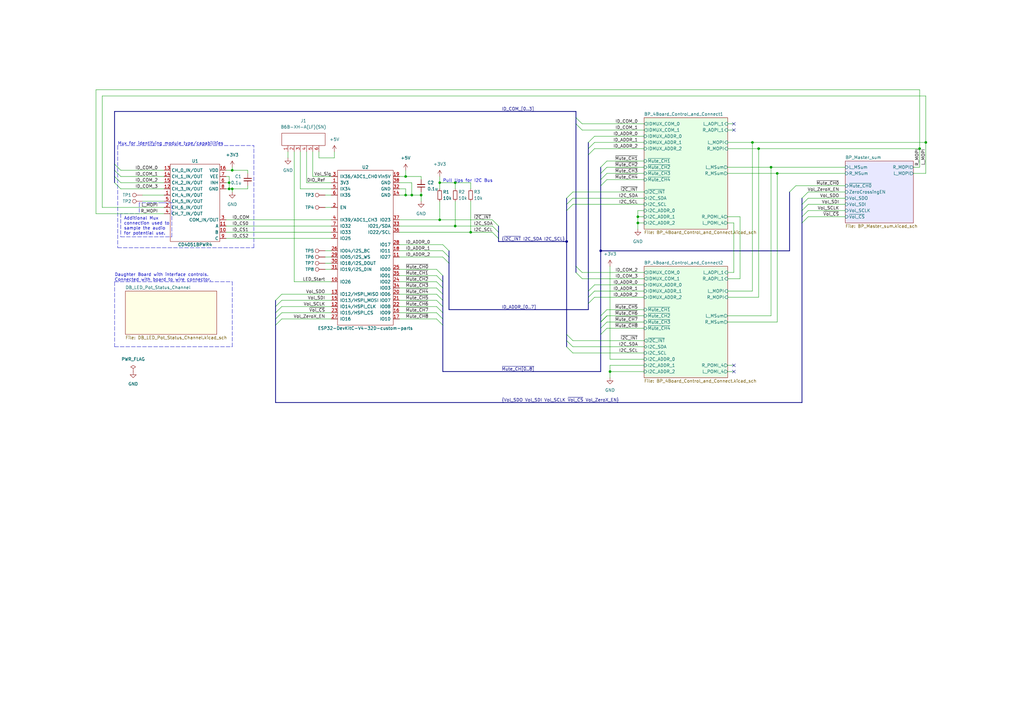
<source format=kicad_sch>
(kicad_sch (version 20211123) (generator eeschema)
  (paper "A3")
  (lib_symbols
    (symbol "CD4051BPWR4_2"
      (property "Reference" "U?" (at 10.16 1.27 0))
      (property "Value" "CD4051BPWR4_2" (at 10.16 -33.02 0))
      (symbol "CD4051BPWR4_2_0_1"
        (rectangle (start 0 0) (end 20.32 -31.75))
      )
      (symbol "CD4051BPWR4_2_1_1"
        (pin passive line (at -2.54 -12.7 0) (length 2.54) (name "CH_4_IN/OUT") (number "1"))
        (pin passive line (at 22.86 -27.94 180) (length 2.54) (name "B") (number "10"))
        (pin passive line (at 22.86 -25.4 180) (length 2.54) (name "A") (number "11"))
        (pin passive line (at -2.54 -10.16 0) (length 2.54) (name "CH_3_IN/OUT") (number "12"))
        (pin passive line (at -2.54 -2.54 0) (length 2.54) (name "CH_0_IN/OUT") (number "13"))
        (pin passive line (at -2.54 -5.08 0) (length 2.54) (name "CH_1_IN/OUT") (number "14"))
        (pin passive line (at -2.54 -7.62 0) (length 2.54) (name "CH_2_IN/OUT") (number "15"))
        (pin power_in line (at 22.86 -2.54 180) (length 2.54) (name "VDD") (number "16"))
        (pin passive line (at -2.54 -17.78 0) (length 2.54) (name "CH_6_IN/OUT") (number "2"))
        (pin passive line (at 22.86 -22.86 180) (length 2.54) (name "COM_IN/OUT") (number "3"))
        (pin passive line (at -2.54 -20.32 0) (length 2.54) (name "CH_7_IN/OUT") (number "4"))
        (pin passive line (at -2.54 -15.24 0) (length 2.54) (name "CH_5_IN/OUT") (number "5"))
        (pin passive line (at 22.86 -7.62 180) (length 2.54) (name "INH") (number "6"))
        (pin power_in line (at 22.86 -5.08 180) (length 2.54) (name "VEE") (number "7"))
        (pin power_in line (at 22.86 -10.16 180) (length 2.54) (name "GND") (number "8"))
        (pin passive line (at 22.86 -30.48 180) (length 2.54) (name "C") (number "9"))
      )
    )
    (symbol "Connector:TestPoint" (pin_numbers hide) (pin_names (offset 0.762) hide)
      (property "Reference" "TP" (at 0 6.858 0))
      (property "Value" "TestPoint" (at 0 5.08 0))
      (symbol "TestPoint_0_1"
        (circle (center 0 3.302) (radius 0.762))
      )
      (symbol "TestPoint_1_1"
        (pin passive line (at 0 0 90) (length 2.54) (name "1") (number "1"))
      )
    )
    (symbol "Device:C_Small" (pin_numbers hide) (pin_names (offset 0.254) hide)
      (property "Reference" "C" (at 0.254 1.778 0))
      (property "Value" "C_Small" (at 0.254 -2.032 0))
      (symbol "C_Small_0_1"
        (polyline (pts (xy -1.524 -0.508) (xy 1.524 -0.508)) (stroke (width 0.3302)))
        (polyline (pts (xy -1.524 0.508) (xy 1.524 0.508)) (stroke (width 0.3048)))
      )
      (symbol "C_Small_1_1"
        (pin passive line (at 0 2.54 270) (length 2.032) (name "~") (number "1"))
        (pin passive line (at 0 -2.54 90) (length 2.032) (name "~") (number "2"))
      )
    )
    (symbol "Device:R_Small" (pin_numbers hide) (pin_names (offset 0.254) hide)
      (property "Reference" "R" (at 0.762 0.508 0))
      (property "Value" "R_Small" (at 0.762 -1.016 0))
      (symbol "R_Small_0_1"
        (rectangle (start -0.762 1.778) (end 0.762 -1.778) (stroke (width 0.2032)))
      )
      (symbol "R_Small_1_1"
        (pin passive line (at 0 2.54 270) (length 0.762) (name "~") (number "1"))
        (pin passive line (at 0 -2.54 90) (length 0.762) (name "~") (number "2"))
      )
    )
    (symbol "power:+3V3" (power) (pin_names (offset 0))
      (property "Value" "+3V3" (at 0 3.556 0))
      (symbol "+3V3_0_1"
        (polyline (pts (xy -0.762 1.27) (xy 0 2.54)))
        (polyline (pts (xy 0 0) (xy 0 2.54)))
        (polyline (pts (xy 0 2.54) (xy 0.762 1.27)))
      )
      (symbol "+3V3_1_1"
        (pin power_in line (at 0 0 90) (length 0) hide (name "+3V3") (number "1"))
      )
    )
    (symbol "power:+5V" (power) (pin_names (offset 0))
      (property "Value" "+5V" (at 0 3.556 0))
      (symbol "+5V_0_1"
        (polyline (pts (xy -0.762 1.27) (xy 0 2.54)))
        (polyline (pts (xy 0 0) (xy 0 2.54)))
        (polyline (pts (xy 0 2.54) (xy 0.762 1.27)))
      )
      (symbol "+5V_1_1"
        (pin power_in line (at 0 0 90) (length 0) hide (name "+5V") (number "1"))
      )
    )
    (symbol "power:GND" (power) (pin_names (offset 0))
      (property "Value" "GND" (at 0 -3.81 0))
      (symbol "GND_0_1"
        (polyline (pts (xy 0 0) (xy 0 -1.27) (xy 1.27 -1.27) (xy 0 -2.54) (xy -1.27 -1.27) (xy 0 -1.27)))
      )
      (symbol "GND_1_1"
        (pin power_in line (at 0 0 270) (length 0) hide (name "GND") (number "1"))
      )
    )
    (symbol "power:PWR_FLAG" (power) (pin_numbers hide) (pin_names (offset 0) hide)
      (property "Value" "PWR_FLAG" (at 0 3.81 0))
      (symbol "PWR_FLAG_0_0"
        (pin power_out line (at 0 0 90) (length 0) (name "pwr") (number "1"))
      )
      (symbol "PWR_FLAG_0_1"
        (polyline (pts (xy 0 0) (xy 0 1.27) (xy -1.016 1.905) (xy 0 2.54) (xy 1.016 1.905) (xy 0 1.27)))
      )
    )
    (symbol "silver-box-modular:B6B-XH-A(LF)(SN)"
      (property "Reference" "U" (at 0 3.81 0))
      (property "Value" "B6B-XH-A(LF)(SN)" (at 0 1.27 0))
      (symbol "B6B-XH-A(LF)(SN)_0_0"
        (pin passive line (at -6.35 -7.62 90) (length 2.54) (name "") (number "1"))
        (pin passive line (at -3.81 -7.62 90) (length 2.54) (name "") (number "2"))
        (pin passive line (at -1.27 -7.62 90) (length 2.54) (name "") (number "3"))
        (pin passive line (at 1.27 -7.62 90) (length 2.54) (name "") (number "4"))
        (pin passive line (at 3.81 -7.62 90) (length 2.54) (name "") (number "5"))
        (pin passive line (at 6.35 -7.62 90) (length 2.54) (name "") (number "6"))
      )
      (symbol "B6B-XH-A(LF)(SN)_0_1"
        (rectangle (start -8.89 -5.08) (end 8.89 0))
      )
    )
    (symbol "silver-box-modular:ESP32-DevKitC-V4-32D-custom-parts" (pin_names (offset 1.016))
      (property "Reference" "U2" (at 0 30.48 0))
      (property "Value" "ESP32-DevKitC-V4-32D-custom-parts" (at 0 -35.56 0))
      (symbol "ESP32-DevKitC-V4-32D-custom-parts_0_0"
        (pin output line (at -13.97 24.13 0) (length 2.54) (name "3V3") (number "1"))
        (pin bidirectional line (at -13.97 -16.51 0) (length 2.54) (name "IO26") (number "10"))
        (pin bidirectional line (at 13.97 -6.35 180) (length 2.54) (name "IO27") (number "11"))
        (pin bidirectional line (at -13.97 -26.67 0) (length 2.54) (name "IO14/HSPI_CLK") (number "12"))
        (pin bidirectional line (at -13.97 -21.59 0) (length 2.54) (name "IO12/HSPI_MISO") (number "13"))
        (pin power_in line (at 13.97 19.05 180) (length 2.54) (name "GND") (number "14"))
        (pin bidirectional line (at -13.97 -24.13 0) (length 2.54) (name "IO13/HSPI_MOSI") (number "15"))
        (pin bidirectional line (at 13.97 -29.21 180) (length 2.54) (name "IO09") (number "16"))
        (pin bidirectional line (at 13.97 -31.75 180) (length 2.54) (name "IO10") (number "17"))
        (pin bidirectional line (at 13.97 -3.81 180) (length 2.54) (name "IO11") (number "18"))
        (pin power_in line (at 13.97 26.67 180) (length 2.54) (name "Vin5V") (number "19"))
        (pin input line (at -13.97 13.97 0) (length 2.54) (name "EN") (number "2"))
        (pin bidirectional line (at 13.97 -21.59 180) (length 2.54) (name "IO06") (number "20"))
        (pin bidirectional line (at 13.97 -24.13 180) (length 2.54) (name "IO07") (number "21"))
        (pin bidirectional line (at 13.97 -26.67 180) (length 2.54) (name "IO08") (number "22"))
        (pin bidirectional line (at -13.97 -29.21 0) (length 2.54) (name "IO15/HSPI_CS") (number "23"))
        (pin bidirectional line (at 13.97 -16.51 180) (length 2.54) (name "IO02") (number "24"))
        (pin bidirectional line (at 13.97 -11.43 180) (length 2.54) (name "IO00") (number "25"))
        (pin bidirectional line (at -13.97 -3.81 0) (length 2.54) (name "IO04/I2S_BC") (number "26"))
        (pin bidirectional line (at -13.97 -31.75 0) (length 2.54) (name "IO16") (number "27"))
        (pin bidirectional line (at 13.97 -1.27 180) (length 2.54) (name "IO17") (number "28"))
        (pin bidirectional line (at -13.97 -6.35 0) (length 2.54) (name "IO05/I2S_WS") (number "29"))
        (pin input line (at -13.97 26.67 0) (length 2.54) (name "IX36/ADC1_CH0") (number "3"))
        (pin bidirectional line (at -13.97 -8.89 0) (length 2.54) (name "IO18/I2S_DOUT") (number "30"))
        (pin bidirectional line (at -13.97 -11.43 0) (length 2.54) (name "IO19/I2S_DIN") (number "31"))
        (pin power_in line (at 13.97 21.59 180) (length 2.54) (name "GND") (number "32"))
        (pin bidirectional line (at 13.97 6.35 180) (length 2.54) (name "IO21/SDA") (number "33"))
        (pin bidirectional line (at 13.97 -19.05 180) (length 2.54) (name "IO03") (number "34"))
        (pin bidirectional line (at 13.97 -13.97 180) (length 2.54) (name "IO01") (number "35"))
        (pin bidirectional line (at 13.97 3.81 180) (length 2.54) (name "IO22/SCL") (number "36"))
        (pin bidirectional line (at 13.97 8.89 180) (length 2.54) (name "IO23") (number "37"))
        (pin power_in line (at 13.97 24.13 180) (length 2.54) (name "GND") (number "38"))
        (pin input line (at -13.97 8.89 0) (length 2.54) (name "IX39/ADC1_CH3") (number "4"))
        (pin input line (at -13.97 21.59 0) (length 2.54) (name "IX34") (number "5"))
        (pin input line (at -13.97 19.05 0) (length 2.54) (name "IX35") (number "6"))
        (pin bidirectional line (at -13.97 6.35 0) (length 2.54) (name "IO32") (number "7"))
        (pin bidirectional line (at -13.97 3.81 0) (length 2.54) (name "IO33") (number "8"))
        (pin bidirectional line (at -13.97 1.27 0) (length 2.54) (name "IO25") (number "9"))
      )
      (symbol "ESP32-DevKitC-V4-32D-custom-parts_0_1"
        (rectangle (start -11.43 29.21) (end 11.43 -34.29))
      )
    )
  )
  (junction (at 246.38 102.87))
  (junction (at 311.15 60.96))
  (junction (at 316.23 68.58))
  (junction (at 168.91 80.01))
  (junction (at 95.25 77.47))
  (junction (at 308.61 58.42))
  (junction (at 261.62 91.44))
  (junction (at 232.41 99.06))
  (junction (at 172.72 80.01))
  (junction (at 180.34 90.17))
  (junction (at 95.25 69.85))
  (junction (at 377.19 60.96))
  (junction (at 379.73 58.42))
  (junction (at 193.04 95.25))
  (junction (at 250.19 152.4))
  (junction (at 93.98 77.47))
  (junction (at 180.34 74.93))
  (junction (at 261.62 88.9))
  (junction (at 186.69 92.71))
  (junction (at 318.77 71.12))
  (junction (at 166.37 80.01))
  (junction (at 93.98 74.93))
  (junction (at 166.37 72.39))
  (junction (at 186.69 74.93))
  (no_connect (at 300.99 53.34))
  (no_connect (at 300.99 50.8))
  (no_connect (at 300.99 152.4))
  (no_connect (at 300.99 149.86))
  (bus_entry (at 181.61 100.33) (size 2.54 2.54))
  (bus_entry (at 113.03 125.73) (size 2.54 -2.54))
  (bus_entry (at 181.61 102.87) (size 2.54 2.54))
  (bus_entry (at 232.41 81.28) (size 2.54 -2.54))
  (bus_entry (at 248.92 132.08) (size -2.54 2.54))
  (bus_entry (at 236.22 50.8) (size 2.54 2.54))
  (bus_entry (at 232.41 137.16) (size 2.54 2.54))
  (bus_entry (at 248.92 127) (size -2.54 2.54))
  (bus_entry (at 179.07 130.81) (size 2.54 2.54))
  (bus_entry (at 236.22 111.76) (size 2.54 2.54))
  (bus_entry (at 241.3 60.96) (size 2.54 -2.54))
  (bus_entry (at 46.99 74.93) (size 2.54 2.54))
  (bus_entry (at 328.93 91.44) (size 2.54 -2.54))
  (bus_entry (at 246.38 76.2) (size 2.54 -2.54))
  (bus_entry (at 179.07 113.03) (size 2.54 2.54))
  (bus_entry (at 179.07 115.57) (size 2.54 2.54))
  (bus_entry (at 113.03 123.19) (size 2.54 -2.54))
  (bus_entry (at 328.93 81.28) (size 2.54 -2.54))
  (bus_entry (at 179.07 123.19) (size 2.54 2.54))
  (bus_entry (at 241.3 58.42) (size 2.54 -2.54))
  (bus_entry (at 179.07 128.27) (size 2.54 2.54))
  (bus_entry (at 113.03 133.35) (size 2.54 -2.54))
  (bus_entry (at 248.92 134.62) (size -2.54 2.54))
  (bus_entry (at 241.3 63.5) (size 2.54 -2.54))
  (bus_entry (at 179.07 125.73) (size 2.54 2.54))
  (bus_entry (at 113.03 128.27) (size 2.54 -2.54))
  (bus_entry (at 201.93 95.25) (size 2.54 2.54))
  (bus_entry (at 241.3 124.46) (size 2.54 -2.54))
  (bus_entry (at 179.07 110.49) (size 2.54 2.54))
  (bus_entry (at 181.61 105.41) (size 2.54 2.54))
  (bus_entry (at 201.93 92.71) (size 2.54 2.54))
  (bus_entry (at 46.99 69.85) (size 2.54 2.54))
  (bus_entry (at 232.41 139.7) (size 2.54 2.54))
  (bus_entry (at 236.22 48.26) (size 2.54 2.54))
  (bus_entry (at 248.92 129.54) (size -2.54 2.54))
  (bus_entry (at 113.03 130.81) (size 2.54 -2.54))
  (bus_entry (at 201.93 90.17) (size 2.54 2.54))
  (bus_entry (at 241.3 119.38) (size 2.54 -2.54))
  (bus_entry (at 236.22 109.22) (size 2.54 2.54))
  (bus_entry (at 232.41 83.82) (size 2.54 -2.54))
  (bus_entry (at 328.93 83.82) (size 2.54 -2.54))
  (bus_entry (at 46.99 67.31) (size 2.54 2.54))
  (bus_entry (at 241.3 121.92) (size 2.54 -2.54))
  (bus_entry (at 232.41 142.24) (size 2.54 2.54))
  (bus_entry (at 328.93 88.9) (size 2.54 -2.54))
  (bus_entry (at 246.38 68.58) (size 2.54 -2.54))
  (bus_entry (at 248.92 129.54) (size -2.54 2.54))
  (bus_entry (at 323.85 78.74) (size 2.54 -2.54))
  (bus_entry (at 246.38 71.12) (size 2.54 -2.54))
  (bus_entry (at 179.07 120.65) (size 2.54 2.54))
  (bus_entry (at 179.07 118.11) (size 2.54 2.54))
  (bus_entry (at 232.41 86.36) (size 2.54 -2.54))
  (bus_entry (at 246.38 73.66) (size 2.54 -2.54))
  (bus_entry (at 46.99 72.39) (size 2.54 2.54))
  (bus_entry (at 328.93 86.36) (size 2.54 -2.54))
  (bus (pts (xy 236.22 45.72) (xy 236.22 48.26)))
  (wire (pts (xy 168.91 74.93) (xy 168.91 80.01)))
  (wire (pts (xy 123.19 77.47) (xy 123.19 62.23)))
  (wire (pts (xy 49.53 72.39) (xy 67.31 72.39)))
  (bus (pts (xy 241.3 60.96) (xy 241.3 63.5)))
  (polyline (pts (xy 49.53 87.63) (xy 49.53 97.155)))
  (bus (pts (xy 46.99 45.72) (xy 236.22 45.72)))
  (bus (pts (xy 232.41 81.28) (xy 232.41 83.82)))
  (wire (pts (xy 298.45 149.86) (xy 300.99 149.86)))
  (wire (pts (xy 180.34 82.55) (xy 180.34 90.17)))
  (wire (pts (xy 58.42 82.55) (xy 67.31 82.55)))
  (wire (pts (xy 172.72 73.66) (xy 172.72 72.39)))
  (wire (pts (xy 137.16 62.23) (xy 137.16 64.77)))
  (wire (pts (xy 163.83 118.11) (xy 179.07 118.11)))
  (wire (pts (xy 243.84 58.42) (xy 264.16 58.42)))
  (wire (pts (xy 115.57 130.81) (xy 135.89 130.81)))
  (wire (pts (xy 261.62 91.44) (xy 264.16 91.44)))
  (wire (pts (xy 248.92 132.08) (xy 264.16 132.08)))
  (wire (pts (xy 326.39 76.2) (xy 346.71 76.2)))
  (bus (pts (xy 204.47 95.25) (xy 204.47 97.79)))
  (wire (pts (xy 123.19 77.47) (xy 135.89 77.47)))
  (wire (pts (xy 92.71 72.39) (xy 93.98 72.39)))
  (wire (pts (xy 163.83 128.27) (xy 179.07 128.27)))
  (wire (pts (xy 163.83 92.71) (xy 186.69 92.71)))
  (wire (pts (xy 186.69 74.93) (xy 193.04 74.93)))
  (wire (pts (xy 163.83 110.49) (xy 179.07 110.49)))
  (wire (pts (xy 303.53 88.9) (xy 303.53 114.3)))
  (bus (pts (xy 241.3 124.46) (xy 241.3 127)))
  (wire (pts (xy 39.37 36.83) (xy 39.37 87.63)))
  (polyline (pts (xy 46.99 142.24) (xy 95.25 142.24)))
  (wire (pts (xy 264.16 149.86) (xy 250.19 149.86)))
  (polyline (pts (xy 48.26 59.69) (xy 48.26 101.6)))
  (bus (pts (xy 236.22 109.22) (xy 236.22 111.76)))
  (wire (pts (xy 243.84 55.88) (xy 264.16 55.88)))
  (wire (pts (xy 133.35 102.87) (xy 135.89 102.87)))
  (polyline (pts (xy 46.99 115.57) (xy 46.99 142.24)))
  (wire (pts (xy 115.57 123.19) (xy 135.89 123.19)))
  (wire (pts (xy 163.83 130.81) (xy 179.07 130.81)))
  (bus (pts (xy 232.41 99.06) (xy 232.41 137.16)))
  (wire (pts (xy 137.16 64.77) (xy 130.81 64.77)))
  (bus (pts (xy 236.22 48.26) (xy 236.22 50.8)))
  (wire (pts (xy 163.83 95.25) (xy 193.04 95.25)))
  (wire (pts (xy 180.34 90.17) (xy 201.93 90.17)))
  (bus (pts (xy 246.38 129.54) (xy 246.38 132.08)))
  (polyline (pts (xy 48.26 101.6) (xy 104.14 101.6)))
  (wire (pts (xy 331.47 88.9) (xy 346.71 88.9)))
  (wire (pts (xy 133.35 110.49) (xy 135.89 110.49)))
  (bus (pts (xy 328.93 91.44) (xy 328.93 165.1)))
  (wire (pts (xy 163.83 120.65) (xy 179.07 120.65)))
  (wire (pts (xy 298.45 68.58) (xy 316.23 68.58)))
  (bus (pts (xy 181.61 125.73) (xy 181.61 128.27)))
  (wire (pts (xy 243.84 121.92) (xy 264.16 121.92)))
  (wire (pts (xy 234.95 144.78) (xy 264.16 144.78)))
  (wire (pts (xy 298.45 152.4) (xy 300.99 152.4)))
  (wire (pts (xy 163.83 100.33) (xy 181.61 100.33)))
  (wire (pts (xy 163.83 125.73) (xy 179.07 125.73)))
  (bus (pts (xy 181.61 130.81) (xy 181.61 133.35)))
  (bus (pts (xy 181.61 123.19) (xy 181.61 125.73)))
  (wire (pts (xy 243.84 116.84) (xy 264.16 116.84)))
  (wire (pts (xy 95.25 77.47) (xy 95.25 78.74)))
  (wire (pts (xy 133.35 85.09) (xy 135.89 85.09)))
  (bus (pts (xy 184.15 107.95) (xy 184.15 127)))
  (wire (pts (xy 130.81 64.77) (xy 130.81 62.23)))
  (wire (pts (xy 163.83 123.19) (xy 179.07 123.19)))
  (wire (pts (xy 331.47 83.82) (xy 346.71 83.82)))
  (wire (pts (xy 49.53 77.47) (xy 67.31 77.47)))
  (wire (pts (xy 250.19 147.32) (xy 264.16 147.32)))
  (bus (pts (xy 323.85 78.74) (xy 323.85 102.87)))
  (wire (pts (xy 180.34 74.93) (xy 186.69 74.93)))
  (wire (pts (xy 298.45 60.96) (xy 311.15 60.96)))
  (wire (pts (xy 248.92 68.58) (xy 264.16 68.58)))
  (bus (pts (xy 181.61 118.11) (xy 181.61 120.65)))
  (wire (pts (xy 101.6 76.2) (xy 101.6 77.47)))
  (polyline (pts (xy 66.675 83.185) (xy 70.485 83.185)))
  (bus (pts (xy 181.61 152.4) (xy 246.38 152.4)))
  (wire (pts (xy 92.71 97.79) (xy 135.89 97.79)))
  (wire (pts (xy 331.47 78.74) (xy 346.71 78.74)))
  (wire (pts (xy 115.57 120.65) (xy 135.89 120.65)))
  (polyline (pts (xy 46.99 115.57) (xy 95.25 115.57)))
  (wire (pts (xy 379.73 58.42) (xy 379.73 39.37)))
  (bus (pts (xy 204.47 97.79) (xy 204.47 99.06)))
  (polyline (pts (xy 57.15 87.63) (xy 49.53 87.63)))
  (wire (pts (xy 377.19 36.83) (xy 377.19 60.96)))
  (wire (pts (xy 298.45 91.44) (xy 300.99 91.44)))
  (wire (pts (xy 238.76 114.3) (xy 264.16 114.3)))
  (wire (pts (xy 308.61 58.42) (xy 308.61 119.38)))
  (bus (pts (xy 246.38 134.62) (xy 246.38 137.16)))
  (wire (pts (xy 186.69 74.93) (xy 186.69 77.47)))
  (wire (pts (xy 308.61 119.38) (xy 298.45 119.38)))
  (wire (pts (xy 238.76 50.8) (xy 264.16 50.8)))
  (bus (pts (xy 184.15 102.87) (xy 184.15 105.41)))
  (wire (pts (xy 248.92 127) (xy 264.16 127)))
  (wire (pts (xy 261.62 91.44) (xy 261.62 93.98)))
  (wire (pts (xy 163.83 102.87) (xy 181.61 102.87)))
  (wire (pts (xy 298.45 114.3) (xy 303.53 114.3)))
  (wire (pts (xy 125.73 62.23) (xy 125.73 74.93)))
  (wire (pts (xy 238.76 53.34) (xy 264.16 53.34)))
  (wire (pts (xy 166.37 69.85) (xy 166.37 72.39)))
  (bus (pts (xy 241.3 58.42) (xy 241.3 60.96)))
  (wire (pts (xy 163.83 105.41) (xy 181.61 105.41)))
  (bus (pts (xy 246.38 102.87) (xy 323.85 102.87)))
  (wire (pts (xy 41.91 39.37) (xy 41.91 85.09)))
  (wire (pts (xy 95.25 77.47) (xy 93.98 77.47)))
  (wire (pts (xy 128.27 62.23) (xy 128.27 72.39)))
  (wire (pts (xy 95.25 69.85) (xy 101.6 69.85)))
  (wire (pts (xy 303.53 88.9) (xy 298.45 88.9)))
  (bus (pts (xy 181.61 113.03) (xy 181.61 115.57)))
  (bus (pts (xy 46.99 74.93) (xy 46.99 72.39)))
  (wire (pts (xy 248.92 129.54) (xy 264.16 129.54)))
  (bus (pts (xy 241.3 119.38) (xy 241.3 121.92)))
  (wire (pts (xy 316.23 68.58) (xy 346.71 68.58)))
  (bus (pts (xy 113.03 123.19) (xy 113.03 125.73)))
  (bus (pts (xy 328.93 88.9) (xy 328.93 91.44)))
  (bus (pts (xy 113.03 128.27) (xy 113.03 130.81)))
  (wire (pts (xy 115.57 125.73) (xy 135.89 125.73)))
  (wire (pts (xy 163.83 74.93) (xy 168.91 74.93)))
  (bus (pts (xy 232.41 137.16) (xy 232.41 139.7)))
  (bus (pts (xy 246.38 73.66) (xy 246.38 76.2)))
  (bus (pts (xy 181.61 120.65) (xy 181.61 123.19)))
  (wire (pts (xy 374.65 71.12) (xy 379.73 71.12)))
  (wire (pts (xy 186.69 92.71) (xy 201.93 92.71)))
  (wire (pts (xy 248.92 71.12) (xy 264.16 71.12)))
  (wire (pts (xy 298.45 132.08) (xy 318.77 132.08)))
  (wire (pts (xy 234.95 142.24) (xy 264.16 142.24)))
  (bus (pts (xy 328.93 83.82) (xy 328.93 86.36)))
  (wire (pts (xy 234.95 139.7) (xy 264.16 139.7)))
  (bus (pts (xy 204.47 92.71) (xy 204.47 95.25)))
  (wire (pts (xy 308.61 58.42) (xy 379.73 58.42)))
  (wire (pts (xy 133.35 80.01) (xy 135.89 80.01)))
  (wire (pts (xy 39.37 36.83) (xy 377.19 36.83)))
  (wire (pts (xy 133.35 107.95) (xy 135.89 107.95)))
  (wire (pts (xy 120.65 115.57) (xy 135.89 115.57)))
  (wire (pts (xy 93.98 74.93) (xy 93.98 77.47)))
  (wire (pts (xy 166.37 72.39) (xy 163.83 72.39)))
  (wire (pts (xy 39.37 87.63) (xy 67.31 87.63)))
  (polyline (pts (xy 49.53 97.155) (xy 70.485 97.155)))
  (bus (pts (xy 46.99 72.39) (xy 46.99 69.85)))
  (wire (pts (xy 180.34 72.39) (xy 180.34 74.93)))
  (wire (pts (xy 172.72 80.01) (xy 172.72 78.74)))
  (wire (pts (xy 300.99 91.44) (xy 300.99 111.76)))
  (wire (pts (xy 95.25 68.58) (xy 95.25 69.85)))
  (wire (pts (xy 264.16 86.36) (xy 261.62 86.36)))
  (wire (pts (xy 298.45 50.8) (xy 300.99 50.8)))
  (bus (pts (xy 113.03 125.73) (xy 113.03 128.27)))
  (wire (pts (xy 163.83 113.03) (xy 179.07 113.03)))
  (wire (pts (xy 163.83 90.17) (xy 180.34 90.17)))
  (wire (pts (xy 298.45 121.92) (xy 311.15 121.92)))
  (wire (pts (xy 92.71 95.25) (xy 135.89 95.25)))
  (bus (pts (xy 232.41 139.7) (xy 232.41 142.24)))
  (wire (pts (xy 261.62 88.9) (xy 264.16 88.9)))
  (wire (pts (xy 311.15 121.92) (xy 311.15 60.96)))
  (wire (pts (xy 163.83 115.57) (xy 179.07 115.57)))
  (bus (pts (xy 184.15 105.41) (xy 184.15 107.95)))
  (wire (pts (xy 101.6 77.47) (xy 95.25 77.47)))
  (bus (pts (xy 246.38 71.12) (xy 246.38 73.66)))
  (wire (pts (xy 250.19 152.4) (xy 250.19 154.94)))
  (polyline (pts (xy 62.23 59.69) (xy 104.14 59.69)))
  (wire (pts (xy 298.45 129.54) (xy 316.23 129.54)))
  (wire (pts (xy 193.04 82.55) (xy 193.04 95.25)))
  (wire (pts (xy 125.73 74.93) (xy 135.89 74.93)))
  (bus (pts (xy 246.38 102.87) (xy 246.38 129.54)))
  (bus (pts (xy 246.38 68.58) (xy 246.38 71.12)))
  (bus (pts (xy 46.99 67.31) (xy 46.99 45.72)))
  (wire (pts (xy 248.92 134.62) (xy 264.16 134.62)))
  (bus (pts (xy 181.61 133.35) (xy 181.61 152.4)))
  (wire (pts (xy 133.35 105.41) (xy 135.89 105.41)))
  (bus (pts (xy 232.41 86.36) (xy 232.41 99.06)))
  (wire (pts (xy 49.53 74.93) (xy 67.31 74.93)))
  (wire (pts (xy 166.37 80.01) (xy 168.91 80.01)))
  (wire (pts (xy 120.65 115.57) (xy 120.65 62.23)))
  (wire (pts (xy 243.84 119.38) (xy 264.16 119.38)))
  (bus (pts (xy 232.41 83.82) (xy 232.41 86.36)))
  (bus (pts (xy 184.15 127) (xy 241.3 127)))
  (wire (pts (xy 163.83 77.47) (xy 166.37 77.47)))
  (bus (pts (xy 181.61 115.57) (xy 181.61 118.11)))
  (wire (pts (xy 261.62 86.36) (xy 261.62 88.9)))
  (bus (pts (xy 246.38 132.08) (xy 246.38 134.62)))
  (wire (pts (xy 300.99 111.76) (xy 298.45 111.76)))
  (wire (pts (xy 331.47 81.28) (xy 346.71 81.28)))
  (wire (pts (xy 316.23 129.54) (xy 316.23 68.58)))
  (polyline (pts (xy 95.25 142.24) (xy 95.25 115.57)))
  (wire (pts (xy 250.19 109.22) (xy 250.19 147.32)))
  (bus (pts (xy 181.61 128.27) (xy 181.61 130.81)))
  (bus (pts (xy 113.03 133.35) (xy 113.03 165.1)))
  (wire (pts (xy 261.62 88.9) (xy 261.62 91.44)))
  (wire (pts (xy 331.47 86.36) (xy 346.71 86.36)))
  (bus (pts (xy 113.03 130.81) (xy 113.03 133.35)))
  (wire (pts (xy 250.19 149.86) (xy 250.19 152.4)))
  (wire (pts (xy 311.15 60.96) (xy 377.19 60.96)))
  (polyline (pts (xy 62.23 59.69) (xy 48.26 59.69)))
  (wire (pts (xy 298.45 53.34) (xy 300.99 53.34)))
  (wire (pts (xy 193.04 74.93) (xy 193.04 77.47)))
  (wire (pts (xy 248.92 66.04) (xy 264.16 66.04)))
  (wire (pts (xy 193.04 95.25) (xy 201.93 95.25)))
  (wire (pts (xy 128.27 72.39) (xy 135.89 72.39)))
  (wire (pts (xy 166.37 77.47) (xy 166.37 80.01)))
  (wire (pts (xy 93.98 72.39) (xy 93.98 74.93)))
  (wire (pts (xy 379.73 71.12) (xy 379.73 58.42)))
  (wire (pts (xy 377.19 68.58) (xy 377.19 60.96)))
  (wire (pts (xy 93.98 77.47) (xy 92.71 77.47)))
  (bus (pts (xy 246.38 137.16) (xy 246.38 152.4)))
  (wire (pts (xy 172.72 80.01) (xy 172.72 82.55)))
  (bus (pts (xy 204.47 99.06) (xy 232.41 99.06)))
  (wire (pts (xy 234.95 83.82) (xy 264.16 83.82)))
  (wire (pts (xy 180.34 77.47) (xy 180.34 74.93)))
  (wire (pts (xy 101.6 69.85) (xy 101.6 71.12)))
  (bus (pts (xy 328.93 86.36) (xy 328.93 88.9)))
  (wire (pts (xy 250.19 152.4) (xy 264.16 152.4)))
  (polyline (pts (xy 57.15 83.185) (xy 57.15 87.63)))
  (wire (pts (xy 318.77 71.12) (xy 346.71 71.12)))
  (polyline (pts (xy 66.675 83.185) (xy 57.15 83.185)))
  (wire (pts (xy 234.95 78.74) (xy 264.16 78.74)))
  (bus (pts (xy 328.93 81.28) (xy 328.93 83.82)))
  (wire (pts (xy 379.73 39.37) (xy 41.91 39.37)))
  (wire (pts (xy 186.69 82.55) (xy 186.69 92.71)))
  (bus (pts (xy 241.3 121.92) (xy 241.3 124.46)))
  (wire (pts (xy 298.45 71.12) (xy 318.77 71.12)))
  (wire (pts (xy 93.98 74.93) (xy 92.71 74.93)))
  (polyline (pts (xy 104.14 101.6) (xy 104.14 59.69)))
  (wire (pts (xy 298.45 58.42) (xy 308.61 58.42)))
  (wire (pts (xy 92.71 69.85) (xy 95.25 69.85)))
  (wire (pts (xy 243.84 60.96) (xy 264.16 60.96)))
  (wire (pts (xy 248.92 73.66) (xy 264.16 73.66)))
  (wire (pts (xy 92.71 92.71) (xy 135.89 92.71)))
  (wire (pts (xy 92.71 90.17) (xy 135.89 90.17)))
  (wire (pts (xy 115.57 128.27) (xy 135.89 128.27)))
  (wire (pts (xy 374.65 68.58) (xy 377.19 68.58)))
  (bus (pts (xy 328.93 165.1) (xy 113.03 165.1)))
  (wire (pts (xy 318.77 132.08) (xy 318.77 71.12)))
  (bus (pts (xy 46.99 69.85) (xy 46.99 67.31)))
  (wire (pts (xy 58.42 80.01) (xy 67.31 80.01)))
  (wire (pts (xy 49.53 69.85) (xy 67.31 69.85)))
  (wire (pts (xy 41.91 85.09) (xy 67.31 85.09)))
  (wire (pts (xy 163.83 80.01) (xy 166.37 80.01)))
  (wire (pts (xy 238.76 111.76) (xy 264.16 111.76)))
  (wire (pts (xy 166.37 72.39) (xy 172.72 72.39)))
  (polyline (pts (xy 70.485 97.155) (xy 70.485 83.185)))
  (bus (pts (xy 236.22 50.8) (xy 236.22 109.22)))
  (bus (pts (xy 246.38 76.2) (xy 246.38 102.87)))
  (wire (pts (xy 234.95 81.28) (xy 264.16 81.28)))
  (wire (pts (xy 118.11 62.23) (xy 118.11 64.77)))
  (wire (pts (xy 168.91 80.01) (xy 172.72 80.01)))
  (bus (pts (xy 241.3 63.5) (xy 241.3 119.38)))
  (text "Pull Ups for I2C Bus" (at 181.61 74.93 0) (effects (font (size 1.27 1.27)) (justify left bottom)))
  (text "Additional Mux \nconnection used to \nsample the audio \nfor potential use." (at 50.8 96.52 0) (effects (font (size 1.27 1.27)) (justify left bottom)))
  (text "Mux for identifying module type/capabilities" (at 48.26 59.69 0) (effects (font (size 1.27 1.27)) (justify left bottom)))
  (text "Daughter Board with interface controls.\nConnected with board to wire connector." (at 46.99 115.57 0) (effects (font (size 1.27 1.27)) (justify left bottom)))
  (label "L_MOPI" (at 379.73 60.96 270))
  (label "Vol_Sig" (at 135.89 72.39 180))
  (label "~{Mute_CH5}" (at 166.37 123.19 0))
  (label "ID_ADDR_1" (at 166.37 102.87 0))
  (label "~{Mute_CH8}" (at 166.37 130.81 0))
  (label "~{Mute_CH2}" (at 166.37 115.57 0))
  (label "ID_ADDR_1" (at 261.62 58.42 180))
  (label "ID_ADDR_0" (at 261.62 55.88 180))
  (label "~{Mute_CH1}" (at 261.62 66.04 180))
  (label "ID_COM_2" (at 261.62 111.76 180))
  (label "DIO_Ref" (at 133.35 74.93 180))
  (label "ID_ADDR_2" (at 261.62 121.92 180))
  (label "ID_ADDR_2" (at 166.37 105.41 0))
  (label "ID_ADDR_[0..7]" (at 205.74 127 0))
  (label "~{Mute_CH3}" (at 261.62 71.12 180))
  (label "Vol_SDI" (at 344.17 83.82 180))
  (label "~{I2C_INT}" (at 194.31 90.17 0))
  (label "R_MOPI" (at 377.19 60.96 270))
  (label "~{Vol_CS}" (at 133.35 128.27 180))
  (label "~{Mute_CH4}" (at 261.62 73.66 180))
  (label "ID_COM_1" (at 64.77 72.39 180))
  (label "~{Mute_CH0}" (at 344.17 76.2 180))
  (label "ID_COM_3" (at 261.62 114.3 180))
  (label "~{Vol_CS}" (at 344.17 88.9 180))
  (label "ID_CS2" (at 95.25 97.79 0))
  (label "ID_COM_[0..3]" (at 205.74 45.72 0))
  (label "~{Mute_CH0}" (at 166.37 110.49 0))
  (label "Vol_ZeroX_EN" (at 344.17 78.74 180))
  (label "~{Mute_CH6}" (at 166.37 125.73 0))
  (label "I2C_SDA" (at 261.62 81.28 180))
  (label "ID_COM_0" (at 64.77 69.85 180))
  (label "ID_COM" (at 95.25 90.17 0))
  (label "R_MOPI" (at 64.77 87.63 180))
  (label "~{Mute_CH[0..8]}" (at 205.74 152.4 0))
  (label "~{Mute_CH5}" (at 261.62 127 180))
  (label "~{Mute_CH1}" (at 166.37 113.03 0))
  (label "ID_ADDR_0" (at 261.62 116.84 180))
  (label "I2C_SDA" (at 261.62 142.24 180))
  (label "ID_CS1" (at 95.25 95.25 0))
  (label "ID_ADDR_1" (at 261.62 119.38 180))
  (label "~{Mute_CH2}" (at 261.62 68.58 180))
  (label "~{I2C_INT}" (at 261.62 139.7 180))
  (label "ID_COM_2" (at 64.77 74.93 180))
  (label "I2C_SCL" (at 261.62 83.82 180))
  (label "LED_Start" (at 133.35 115.57 180))
  (label "L_MOPI" (at 64.77 85.09 180))
  (label "{~{I2C_INT} I2C_SDA I2C_SCL}" (at 205.74 99.06 0))
  (label "~{Mute_CH3}" (at 166.37 118.11 0))
  (label "Vol_ZeroX_EN" (at 133.35 130.81 180))
  (label "Vol_SCLK" (at 133.35 125.73 180))
  (label "Vol_SDO" (at 133.35 120.65 180))
  (label "~{Mute_CH7}" (at 261.62 132.08 180))
  (label "Vol_SDO" (at 344.17 81.28 180))
  (label "I2C_SDA" (at 194.31 92.71 0))
  (label "I2C_SCL" (at 261.62 144.78 180))
  (label "ID_CS0" (at 95.25 92.71 0))
  (label "ID_COM_0" (at 261.62 50.8 180))
  (label "ID_ADDR_2" (at 261.62 60.96 180))
  (label "~{Mute_CH8}" (at 261.62 134.62 180))
  (label "Vol_SCLK" (at 344.17 86.36 180))
  (label "I2C_SCL" (at 194.31 95.25 0))
  (label "~{Mute_CH4}" (at 166.37 120.65 0))
  (label "ID_COM_1" (at 261.62 53.34 180))
  (label "~{I2C_INT}" (at 261.62 78.74 180))
  (label "ID_COM_3" (at 64.77 77.47 180))
  (label "ID_ADDR_0" (at 166.37 100.33 0))
  (label "~{Mute_CH7}" (at 166.37 128.27 0))
  (label "~{Mute_CH6}" (at 261.62 129.54 180))
  (label "{Vol_SDO Vol_SDI Vol_SCLK ~{Vol_CS} Vol_ZeroX_EN}" (at 205.74 165.1 0))
  (label "Vol_SDI" (at 133.35 123.19 180))
  (symbol (lib_name "CD4051BPWR4_2") (lib_id "silver-box-modular:CD4051BPWR4") (at 69.85 67.31 0) (unit 1)
    (property "Reference" "U1" (at 80.01 66.04 0))
    (property "Value" "CD4051BPWR4" (at 80.01 100.33 0))
    (property "Footprint" "silver-box-feetprints:CD4051BPWR" (effects hide))
    (property "Datasheet" "https://www.ti.com/lit/ds/symlink/cd4051b.pdf" (effects hide))
  )
  (symbol (lib_id "power:+5V") (at 137.16 62.23 0) (unit 1)
    (property "Reference" "#PWR05" (effects hide))
    (property "Value" "+5V" (at 137.16 57.15 0))
  )
  (symbol (lib_id "power:GND") (at 172.72 82.55 0) (unit 1)
    (property "Reference" "#PWR07" (effects hide))
    (property "Value" "GND" (at 172.72 87.63 0))
  )
  (symbol (lib_id "power:GND") (at 261.62 93.98 0) (unit 1)
    (property "Reference" "#PWR011" (effects hide))
    (property "Value" "GND" (at 261.62 99.06 0))
  )
  (symbol (lib_id "Device:C_Small") (at 101.6 73.66 0) (mirror y) (unit 1)
    (property "Reference" "C1" (at 99.06 72.3962 0) (effects (justify left)))
    (property "Value" "0.1u" (at 99.06 74.9362 0) (effects (justify left)))
    (property "Footprint" "Capacitor_SMD:C_0603_1608Metric_Pad1.08x0.95mm_HandSolder" (effects hide))
  )
  (symbol (lib_id "Connector:TestPoint") (at 133.35 110.49 90) (unit 1)
    (property "Reference" "TP8" (at 127 110.49 90))
    (property "Value" "TestPoint" (effects hide))
    (property "Footprint" "TestPoint:TestPoint_Pad_D3.0mm" (effects hide))
  )
  (symbol (lib_id "power:+3V3") (at 95.25 68.58 0) (unit 1)
    (property "Reference" "#PWR02" (effects hide))
    (property "Value" "+3V3" (at 95.25 63.5 0))
  )
  (symbol (lib_id "power:+3V3") (at 250.19 109.22 0) (unit 1)
    (property "Reference" "#PWR09" (effects hide))
    (property "Value" "+3V3" (at 250.19 104.14 0))
  )
  (symbol (lib_id "Connector:TestPoint") (at 133.35 85.09 90) (unit 1)
    (property "Reference" "TP4" (at 127 85.09 90))
    (property "Value" "TestPoint" (effects hide))
    (property "Footprint" "TestPoint:TestPoint_Pad_D3.0mm" (effects hide))
  )
  (symbol (lib_id "power:+3V3") (at 180.34 72.39 0) (unit 1)
    (property "Reference" "#PWR08" (effects hide))
    (property "Value" "+3V3" (at 180.34 67.31 0))
  )
  (symbol (lib_id "Connector:TestPoint") (at 58.42 82.55 90) (unit 1)
    (property "Reference" "TP2" (at 52.07 82.55 90))
    (property "Value" "TestPoint" (effects hide))
    (property "Footprint" "TestPoint:TestPoint_Pad_D3.0mm" (effects hide))
  )
  (symbol (lib_id "power:+5V") (at 166.37 69.85 0) (unit 1)
    (property "Reference" "#PWR06" (effects hide))
    (property "Value" "+5V" (at 166.37 64.77 0))
  )
  (symbol (lib_id "power:GND") (at 54.61 152.4 0) (unit 1)
    (property "Reference" "#PWR01" (effects hide))
    (property "Value" "GND" (at 54.61 157.48 0))
  )
  (symbol (lib_id "power:PWR_FLAG") (at 54.61 152.4 0) (unit 1)
    (property "Reference" "#FLG01" (effects hide))
    (property "Value" "PWR_FLAG" (at 54.61 147.32 0))
  )
  (symbol (lib_id "Device:R_Small") (at 193.04 80.01 0) (unit 1)
    (property "Reference" "R3" (at 194.31 78.74 0) (effects (justify left)))
    (property "Value" "10k" (at 194.31 81.28 0) (effects (justify left)))
    (property "Footprint" "Resistor_SMD:R_0603_1608Metric_Pad0.98x0.95mm_HandSolder" (effects hide))
  )
  (symbol (lib_id "Connector:TestPoint") (at 133.35 102.87 90) (unit 1)
    (property "Reference" "TP5" (at 127 102.87 90))
    (property "Value" "TestPoint" (effects hide))
    (property "Footprint" "TestPoint:TestPoint_Pad_D3.0mm" (effects hide))
  )
  (symbol (lib_id "Device:R_Small") (at 180.34 80.01 0) (unit 1)
    (property "Reference" "R1" (at 181.61 78.74 0) (effects (justify left)))
    (property "Value" "10k" (at 181.61 81.28 0) (effects (justify left)))
    (property "Footprint" "Resistor_SMD:R_0603_1608Metric_Pad0.98x0.95mm_HandSolder" (effects hide))
  )
  (symbol (lib_id "silver-box-modular:B6B-XH-A(LF)(SN)") (at 124.46 54.61 0) (unit 1)
    (property "Reference" "J1" (at 124.46 49.53 0))
    (property "Value" "B6B-XH-A(LF)(SN)" (at 124.46 52.07 0))
    (property "Footprint" "silver-box-feetprints:B6B-XH-A(LF)(SN)" (effects hide))
  )
  (symbol (lib_id "Connector:TestPoint") (at 133.35 107.95 90) (unit 1)
    (property "Reference" "TP7" (at 127 107.95 90))
    (property "Value" "TestPoint" (effects hide))
    (property "Footprint" "TestPoint:TestPoint_Pad_D3.0mm" (effects hide))
  )
  (symbol (lib_id "silver-box-modular:ESP32-DevKitC-V4-32D-custom-parts") (at 149.86 99.06 0) (unit 1)
    (property "Reference" "U2" (at 149.86 68.58 0))
    (property "Value" "ESP32-DevKitC-V4-32D-custom-parts" (at 149.86 134.62 0))
    (property "Footprint" "feetprints:ESP32-DevKitC-V4-32D" (effects hide))
  )
  (symbol (lib_id "power:GND") (at 95.25 78.74 0) (mirror y) (unit 1)
    (property "Reference" "#PWR03" (effects hide))
    (property "Value" "GND" (at 95.25 83.82 0))
  )
  (symbol (lib_id "Connector:TestPoint") (at 133.35 80.01 90) (unit 1)
    (property "Reference" "TP3" (at 127 80.01 90))
    (property "Value" "TestPoint" (effects hide))
    (property "Footprint" "TestPoint:TestPoint_Pad_D3.0mm" (effects hide))
  )
  (symbol (lib_id "power:GND") (at 118.11 64.77 0) (unit 1)
    (property "Reference" "#PWR04" (effects hide))
    (property "Value" "GND" (at 118.11 69.85 0))
  )
  (symbol (lib_id "power:GND") (at 250.19 154.94 0) (unit 1)
    (property "Reference" "#PWR010" (effects hide))
    (property "Value" "GND" (at 250.19 160.02 0))
  )
  (symbol (lib_id "Device:R_Small") (at 186.69 80.01 0) (unit 1)
    (property "Reference" "R2" (at 187.96 78.74 0) (effects (justify left)))
    (property "Value" "10k" (at 187.96 81.28 0) (effects (justify left)))
    (property "Footprint" "Resistor_SMD:R_0603_1608Metric_Pad0.98x0.95mm_HandSolder" (effects hide))
  )
  (symbol (lib_id "Device:C_Small") (at 172.72 76.2 180) (unit 1)
    (property "Reference" "C2" (at 175.26 74.9235 0) (effects (justify right)))
    (property "Value" "0.1u" (at 175.26 77.4635 0) (effects (justify right)))
    (property "Footprint" "Capacitor_SMD:C_0603_1608Metric_Pad1.08x0.95mm_HandSolder" (effects hide))
  )
  (symbol (lib_id "Connector:TestPoint") (at 58.42 80.01 90) (unit 1)
    (property "Reference" "TP1" (at 52.07 80.01 90))
    (property "Value" "TestPoint" (effects hide))
    (property "Footprint" "TestPoint:TestPoint_Pad_D3.0mm" (effects hide))
  )
  (symbol (lib_id "Connector:TestPoint") (at 133.35 105.41 90) (unit 1)
    (property "Reference" "TP6" (at 127 105.41 90))
    (property "Value" "TestPoint" (effects hide))
    (property "Footprint" "TestPoint:TestPoint_Pad_D3.0mm" (effects hide))
  )
  (sheet (at 51.435 119.38) (size 37.465 17.78) (stroke (width 0.1524)) (fill (color 255 255 0 0.1000))
    (property "Sheet name" "DB_LED_Pot_Status_Channel" (at 51.435 118.6684 0) (effects (justify left bottom)))
    (property "Sheet file" "DB_LED_Pot_Status_Channel.kicad_sch" (at 51.435 137.7446 0) (effects (justify left top)))
  )
  (sheet (at 264.16 109.22) (size 34.29 45.72) (stroke (width 0.1524)) (fill (color 0 255 0 0.1000))
    (property "Sheet name" "BP_4Board_Control_and_Connect2" (at 264.16 108.5084 0) (effects (justify left bottom)))
    (property "Sheet file" "BP_4Board_Control_and_Connect.kicad_sch" (at 264.16 155.5246 0) (effects (justify left top)))
    (pin "L_MOPI" input (at 298.45 119.38 0))
    (pin "R_MOPI" input (at 298.45 121.92 0))
    (pin "L_POMI_4" output (at 298.45 152.4 0))
    (pin "R_POMI_4" output (at 298.45 149.86 0))
    (pin "I2C_ADDR_2" input (at 264.16 152.4 180))
    (pin "I2C_ADDR_1" input (at 264.16 149.86 180))
    (pin "I2C_SCL" input (at 264.16 144.78 180))
    (pin "I2C_ADDR_0" input (at 264.16 147.32 180))
    (pin "~{Mute_CH3}" input (at 264.16 132.08 180))
    (pin "~{Mute_CH4}" input (at 264.16 134.62 180))
    (pin "~{Mute_CH2}" input (at 264.16 129.54 180))
    (pin "~{Mute_CH1}" input (at 264.16 127 180))
    (pin "IDMUX_COM_1" output (at 264.16 114.3 180))
    (pin "L_MSum" output (at 298.45 129.54 0))
    (pin "R_MSum" output (at 298.45 132.08 0))
    (pin "I2C_SDA" bidirectional (at 264.16 142.24 180))
    (pin "~{I2C_INT}" output (at 264.16 139.7 180))
    (pin "IDMUX_COM_0" output (at 264.16 111.76 180))
    (pin "IDMUX_ADDR_0" input (at 264.16 116.84 180))
    (pin "IDMUX_ADDR_1" input (at 264.16 119.38 180))
    (pin "IDMUX_ADDR_2" input (at 264.16 121.92 180))
    (pin "L_AOPI_1" input (at 298.45 111.76 0))
    (pin "R_AOPI_1" input (at 298.45 114.3 0))
  )
  (sheet (at 264.16 48.26) (size 34.29 45.72) (stroke (width 0.1524)) (fill (color 0 255 0 0.1020))
    (property "Sheet name" "BP_4Board_Control_and_Connect1" (at 264.16 47.5484 0) (effects (justify left bottom)))
    (property "Sheet file" "BP_4Board_Control_and_Connect.kicad_sch" (at 264.16 94.5646 0) (effects (justify left top)))
    (pin "L_MOPI" input (at 298.45 58.42 0))
    (pin "R_MOPI" input (at 298.45 60.96 0))
    (pin "L_POMI_4" output (at 298.45 91.44 0))
    (pin "R_POMI_4" output (at 298.45 88.9 0))
    (pin "I2C_ADDR_2" input (at 264.16 91.44 180))
    (pin "I2C_ADDR_1" input (at 264.16 88.9 180))
    (pin "I2C_SCL" input (at 264.16 83.82 180))
    (pin "I2C_ADDR_0" input (at 264.16 86.36 180))
    (pin "~{Mute_CH3}" input (at 264.16 71.12 180))
    (pin "~{Mute_CH4}" input (at 264.16 73.66 180))
    (pin "~{Mute_CH2}" input (at 264.16 68.58 180))
    (pin "~{Mute_CH1}" input (at 264.16 66.04 180))
    (pin "IDMUX_COM_1" output (at 264.16 53.34 180))
    (pin "L_MSum" output (at 298.45 68.58 0))
    (pin "R_MSum" output (at 298.45 71.12 0))
    (pin "I2C_SDA" bidirectional (at 264.16 81.28 180))
    (pin "~{I2C_INT}" output (at 264.16 78.74 180))
    (pin "IDMUX_COM_0" output (at 264.16 50.8 180))
    (pin "IDMUX_ADDR_0" input (at 264.16 55.88 180))
    (pin "IDMUX_ADDR_1" input (at 264.16 58.42 180))
    (pin "IDMUX_ADDR_2" input (at 264.16 60.96 180))
    (pin "L_AOPI_1" input (at 298.45 50.8 0))
    (pin "R_AOPI_1" input (at 298.45 53.34 0))
  )
  (sheet (at 346.71 66.04) (size 27.94 25.4) (stroke (width 0.1524)) (fill (color 0 0 255 0.0900))
    (property "Sheet name" "BP_Master_sum" (at 346.71 65.3284 0) (effects (justify left bottom)))
    (property "Sheet file" "BP_Master_sum.kicad_sch" (at 346.71 92.0246 0) (effects (justify left top)))
    (pin "L_MSum" input (at 346.71 68.58 180))
    (pin "R_MSum" input (at 346.71 71.12 180))
    (pin "L_MOPI" output (at 374.65 71.12 0))
    (pin "R_MOPI" output (at 374.65 68.58 0))
    (pin "ZeroCrossingEN" input (at 346.71 78.74 180))
    (pin "~{Mute_CH0}" input (at 346.71 76.2 180))
    (pin "Vol_SDO" input (at 346.71 81.28 180))
    (pin "Vol_SCLK" input (at 346.71 86.36 180))
    (pin "~{Vol_CS}" input (at 346.71 88.9 180))
    (pin "Vol_SDI" input (at 346.71 83.82 180))
  )
)
</source>
